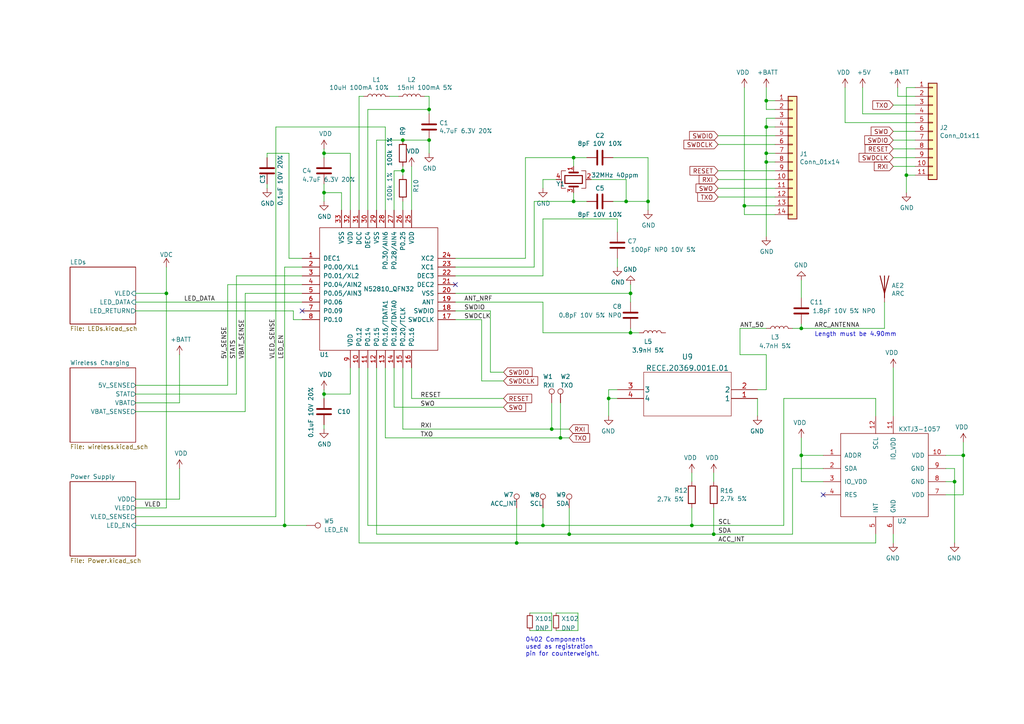
<source format=kicad_sch>
(kicad_sch (version 20211123) (generator eeschema)
  (paper "A4")
  (title_block (title "Pixels D20 Schematic, Main") (date "2021-06-23") (rev "2") (company "Systemic Games, LLC"))
  (lib_symbols
    (symbol "Connector_Generic:Conn_01x11" (pin_names (offset 1.016) hide)
      (property "Reference" "J" (at 0 15.24 0))
      (property "Value" "Conn_01x11" (at 0 -15.24 0))
      (symbol "Conn_01x11_1_1"
        (rectangle (start -1.27 -12.573) (end 0 -12.827) (stroke (width 0.1524)))
        (rectangle (start -1.27 -10.033) (end 0 -10.287) (stroke (width 0.1524)))
        (rectangle (start -1.27 -7.493) (end 0 -7.747) (stroke (width 0.1524)))
        (rectangle (start -1.27 -4.953) (end 0 -5.207) (stroke (width 0.1524)))
        (rectangle (start -1.27 -2.413) (end 0 -2.667) (stroke (width 0.1524)))
        (rectangle (start -1.27 0.127) (end 0 -0.127) (stroke (width 0.1524)))
        (rectangle (start -1.27 2.667) (end 0 2.413) (stroke (width 0.1524)))
        (rectangle (start -1.27 5.207) (end 0 4.953) (stroke (width 0.1524)))
        (rectangle (start -1.27 7.747) (end 0 7.493) (stroke (width 0.1524)))
        (rectangle (start -1.27 10.287) (end 0 10.033) (stroke (width 0.1524)))
        (rectangle (start -1.27 12.827) (end 0 12.573) (stroke (width 0.1524)))
        (rectangle (start -1.27 13.97) (end 1.27 -13.97) (stroke (width 0.254)) (fill (type background)))
        (pin passive line (at -5.08 12.7 0) (length 3.81) (name "Pin_1") (number "1"))
        (pin passive line (at -5.08 -10.16 0) (length 3.81) (name "Pin_10") (number "10"))
        (pin passive line (at -5.08 -12.7 0) (length 3.81) (name "Pin_11") (number "11"))
        (pin passive line (at -5.08 10.16 0) (length 3.81) (name "Pin_2") (number "2"))
        (pin passive line (at -5.08 7.62 0) (length 3.81) (name "Pin_3") (number "3"))
        (pin passive line (at -5.08 5.08 0) (length 3.81) (name "Pin_4") (number "4"))
        (pin passive line (at -5.08 2.54 0) (length 3.81) (name "Pin_5") (number "5"))
        (pin passive line (at -5.08 0 0) (length 3.81) (name "Pin_6") (number "6"))
        (pin passive line (at -5.08 -2.54 0) (length 3.81) (name "Pin_7") (number "7"))
        (pin passive line (at -5.08 -5.08 0) (length 3.81) (name "Pin_8") (number "8"))
        (pin passive line (at -5.08 -7.62 0) (length 3.81) (name "Pin_9") (number "9"))
      )
    )
    (symbol "Connector_Generic:Conn_01x14" (pin_names (offset 1.016) hide)
      (property "Reference" "J" (at 0 17.78 0))
      (property "Value" "Conn_01x14" (at 0 -20.32 0))
      (symbol "Conn_01x14_1_1"
        (rectangle (start -1.27 -17.653) (end 0 -17.907) (stroke (width 0.1524)))
        (rectangle (start -1.27 -15.113) (end 0 -15.367) (stroke (width 0.1524)))
        (rectangle (start -1.27 -12.573) (end 0 -12.827) (stroke (width 0.1524)))
        (rectangle (start -1.27 -10.033) (end 0 -10.287) (stroke (width 0.1524)))
        (rectangle (start -1.27 -7.493) (end 0 -7.747) (stroke (width 0.1524)))
        (rectangle (start -1.27 -4.953) (end 0 -5.207) (stroke (width 0.1524)))
        (rectangle (start -1.27 -2.413) (end 0 -2.667) (stroke (width 0.1524)))
        (rectangle (start -1.27 0.127) (end 0 -0.127) (stroke (width 0.1524)))
        (rectangle (start -1.27 2.667) (end 0 2.413) (stroke (width 0.1524)))
        (rectangle (start -1.27 5.207) (end 0 4.953) (stroke (width 0.1524)))
        (rectangle (start -1.27 7.747) (end 0 7.493) (stroke (width 0.1524)))
        (rectangle (start -1.27 10.287) (end 0 10.033) (stroke (width 0.1524)))
        (rectangle (start -1.27 12.827) (end 0 12.573) (stroke (width 0.1524)))
        (rectangle (start -1.27 15.367) (end 0 15.113) (stroke (width 0.1524)))
        (rectangle (start -1.27 16.51) (end 1.27 -19.05) (stroke (width 0.254)) (fill (type background)))
        (pin passive line (at -5.08 15.24 0) (length 3.81) (name "Pin_1") (number "1"))
        (pin passive line (at -5.08 -7.62 0) (length 3.81) (name "Pin_10") (number "10"))
        (pin passive line (at -5.08 -10.16 0) (length 3.81) (name "Pin_11") (number "11"))
        (pin passive line (at -5.08 -12.7 0) (length 3.81) (name "Pin_12") (number "12"))
        (pin passive line (at -5.08 -15.24 0) (length 3.81) (name "Pin_13") (number "13"))
        (pin passive line (at -5.08 -17.78 0) (length 3.81) (name "Pin_14") (number "14"))
        (pin passive line (at -5.08 12.7 0) (length 3.81) (name "Pin_2") (number "2"))
        (pin passive line (at -5.08 10.16 0) (length 3.81) (name "Pin_3") (number "3"))
        (pin passive line (at -5.08 7.62 0) (length 3.81) (name "Pin_4") (number "4"))
        (pin passive line (at -5.08 5.08 0) (length 3.81) (name "Pin_5") (number "5"))
        (pin passive line (at -5.08 2.54 0) (length 3.81) (name "Pin_6") (number "6"))
        (pin passive line (at -5.08 0 0) (length 3.81) (name "Pin_7") (number "7"))
        (pin passive line (at -5.08 -2.54 0) (length 3.81) (name "Pin_8") (number "8"))
        (pin passive line (at -5.08 -5.08 0) (length 3.81) (name "Pin_9") (number "9"))
      )
    )
    (symbol "Device:Antenna" (pin_numbers hide) (pin_names (offset 1.016) hide)
      (property "Reference" "AE" (at -1.905 1.905 0))
      (property "Value" "Antenna" (at -1.905 0 0))
      (symbol "Antenna_0_1"
        (polyline (pts (xy 0 2.54) (xy 0 -3.81)) (stroke (width 0.254)))
        (polyline (pts (xy 1.27 2.54) (xy 0 -2.54) (xy -1.27 2.54)) (stroke (width 0.254)))
      )
      (symbol "Antenna_1_1"
        (pin input line (at 0 -5.08 90) (length 2.54) (name "A") (number "1"))
      )
    )
    (symbol "Device:C" (pin_numbers hide) (pin_names (offset 0.254))
      (property "Reference" "C" (at 0.635 2.54 0))
      (property "Value" "C" (at 0.635 -2.54 0))
      (symbol "C_0_1"
        (polyline (pts (xy -2.032 -0.762) (xy 2.032 -0.762)) (stroke (width 0.508)))
        (polyline (pts (xy -2.032 0.762) (xy 2.032 0.762)) (stroke (width 0.508)))
      )
      (symbol "C_1_1"
        (pin passive line (at 0 3.81 270) (length 2.794) (name "~") (number "1"))
        (pin passive line (at 0 -3.81 90) (length 2.794) (name "~") (number "2"))
      )
    )
    (symbol "Device:Crystal_GND24" (pin_names (offset 1.016) hide)
      (property "Reference" "Y" (at 3.175 5.08 0))
      (property "Value" "Crystal_GND24" (at 3.175 3.175 0))
      (symbol "Crystal_GND24_0_1"
        (rectangle (start -1.143 2.54) (end 1.143 -2.54) (stroke (width 0.3048)))
        (polyline (pts (xy -2.54 0) (xy -2.032 0)))
        (polyline (pts (xy -2.032 -1.27) (xy -2.032 1.27)) (stroke (width 0.508)))
        (polyline (pts (xy 0 -3.81) (xy 0 -3.556)))
        (polyline (pts (xy 0 3.556) (xy 0 3.81)))
        (polyline (pts (xy 2.032 -1.27) (xy 2.032 1.27)) (stroke (width 0.508)))
        (polyline (pts (xy 2.032 0) (xy 2.54 0)))
        (polyline (pts (xy -2.54 -2.286) (xy -2.54 -3.556) (xy 2.54 -3.556) (xy 2.54 -2.286)))
        (polyline (pts (xy -2.54 2.286) (xy -2.54 3.556) (xy 2.54 3.556) (xy 2.54 2.286)))
      )
      (symbol "Crystal_GND24_1_1"
        (pin passive line (at -3.81 0 0) (length 1.27) (name "1") (number "1"))
        (pin passive line (at 0 5.08 270) (length 1.27) (name "2") (number "2"))
        (pin passive line (at 3.81 0 180) (length 1.27) (name "3") (number "3"))
        (pin passive line (at 0 -5.08 90) (length 1.27) (name "4") (number "4"))
      )
    )
    (symbol "Device:L" (pin_numbers hide) (pin_names (offset 1.016) hide)
      (property "Reference" "L" (at -1.27 0 90))
      (property "Value" "L" (at 1.905 0 90))
      (symbol "L_0_1"
        (arc (start 0 -2.54) (mid 0.635 -1.905) (end 0 -1.27))
        (arc (start 0 -1.27) (mid 0.635 -0.635) (end 0 0))
        (arc (start 0 0) (mid 0.635 0.635) (end 0 1.27))
        (arc (start 0 1.27) (mid 0.635 1.905) (end 0 2.54))
      )
      (symbol "L_1_1"
        (pin passive line (at 0 3.81 270) (length 1.27) (name "1") (number "1"))
        (pin passive line (at 0 -3.81 90) (length 1.27) (name "2") (number "2"))
      )
    )
    (symbol "Device:R" (pin_numbers hide) (pin_names (offset 0))
      (property "Reference" "R" (at 2.032 0 90))
      (property "Value" "R" (at 0 0 90))
      (symbol "R_0_1"
        (rectangle (start -1.016 -2.54) (end 1.016 2.54) (stroke (width 0.254)))
      )
      (symbol "R_1_1"
        (pin passive line (at 0 3.81 270) (length 1.27) (name "~") (number "1"))
        (pin passive line (at 0 -3.81 90) (length 1.27) (name "~") (number "2"))
      )
    )
    (symbol "Device:R_Small" (pin_numbers hide) (pin_names (offset 0.254) hide)
      (property "Reference" "R" (at 0.762 0.508 0))
      (property "Value" "R_Small" (at 0.762 -1.016 0))
      (symbol "R_Small_0_1"
        (rectangle (start -0.762 1.778) (end 0.762 -1.778) (stroke (width 0.2032)))
      )
      (symbol "R_Small_1_1"
        (pin passive line (at 0 2.54 270) (length 0.762) (name "~") (number "1"))
        (pin passive line (at 0 -2.54 90) (length 0.762) (name "~") (number "2"))
      )
    )
    (symbol "MFH3.RECE.20369.001E.01:RECE.20369.001E.01" (pin_names (offset 0.254))
      (property "Reference" "U" (at 20.32 10.16 0))
      (property "Value" "RECE.20369.001E.01" (at 20.32 7.62 0))
      (symbol "RECE.20369.001E.01_1_1"
        (polyline (pts (xy 7.62 -7.62) (xy 33.02 -7.62)) (stroke (width 0.127)))
        (polyline (pts (xy 7.62 5.08) (xy 7.62 -7.62)) (stroke (width 0.127)))
        (polyline (pts (xy 33.02 -7.62) (xy 33.02 5.08)) (stroke (width 0.127)))
        (polyline (pts (xy 33.02 5.08) (xy 7.62 5.08)) (stroke (width 0.127)))
        (pin unspecified line (at 0 0 0) (length 7.62) (name "1") (number "1"))
        (pin unspecified line (at 0 -2.54 0) (length 7.62) (name "2") (number "2"))
        (pin unspecified line (at 40.64 -2.54 180) (length 7.62) (name "3") (number "3"))
        (pin unspecified line (at 40.64 0 180) (length 7.62) (name "4") (number "4"))
      )
    )
    (symbol "Pixels-dice:KXTJ3-1057" (pin_names (offset 1.016))
      (property "Reference" "U" (at 10.16 -12.7 0))
      (property "Value" "KXTJ3-1057" (at 8.89 13.97 0))
      (symbol "KXTJ3-1057_0_1"
        (rectangle (start -12.7 12.7) (end 12.7 -11.43))
      )
      (symbol "KXTJ3-1057_1_1"
        (pin input line (at -17.78 6.35 0) (length 5.08) (name "ADDR") (number "1"))
        (pin power_in line (at 17.78 6.35 180) (length 5.08) (name "VDD") (number "10"))
        (pin power_in line (at 2.54 17.78 270) (length 5.08) (name "IO_VDD") (number "11"))
        (pin input line (at -2.54 17.78 270) (length 5.08) (name "SCL") (number "12"))
        (pin bidirectional line (at -17.78 2.54 0) (length 5.08) (name "SDA") (number "2"))
        (pin power_in line (at -17.78 -1.27 0) (length 5.08) (name "IO_VDD") (number "3"))
        (pin passive line (at -17.78 -5.08 0) (length 5.08) (name "RES") (number "4"))
        (pin output line (at -2.54 -16.51 90) (length 5.08) (name "INT") (number "5"))
        (pin power_in line (at 2.54 -16.51 90) (length 5.08) (name "GND") (number "6"))
        (pin power_in line (at 17.78 -5.08 180) (length 5.08) (name "VDD") (number "7"))
        (pin power_in line (at 17.78 -1.27 180) (length 5.08) (name "GND") (number "8"))
        (pin power_in line (at 17.78 2.54 180) (length 5.08) (name "GND") (number "9"))
      )
    )
    (symbol "Pixels-dice:N52810_QFN32" (pin_names (offset 1.016))
      (property "Reference" "U" (at 13.97 -19.05 0))
      (property "Value" "N52810_QFN32" (at 2.54 0 0))
      (symbol "N52810_QFN32_0_1"
        (rectangle (start -17.78 17.78) (end 16.51 -17.78))
      )
      (symbol "N52810_QFN32_1_1"
        (pin power_out line (at -22.86 8.89 0) (length 5.08) (name "DEC1") (number "1"))
        (pin bidirectional line (at -6.35 -22.86 90) (length 5.08) (name "P0.12") (number "10"))
        (pin bidirectional line (at -3.81 -22.86 90) (length 5.08) (name "P0.14") (number "11"))
        (pin bidirectional line (at -1.27 -22.86 90) (length 5.08) (name "P0.15") (number "12"))
        (pin bidirectional line (at 1.27 -22.86 90) (length 5.08) (name "P0.16/TDATA1") (number "13"))
        (pin bidirectional line (at 3.81 -22.86 90) (length 5.08) (name "P0.18/TDATA0") (number "14"))
        (pin bidirectional line (at 6.35 -22.86 90) (length 5.08) (name "P0.20/TCLK") (number "15"))
        (pin bidirectional line (at 8.89 -22.86 90) (length 5.08) (name "P0.16") (number "16"))
        (pin bidirectional line (at 21.59 -8.89 180) (length 5.08) (name "SWDCLK") (number "17"))
        (pin bidirectional line (at 21.59 -6.35 180) (length 5.08) (name "SWDIO") (number "18"))
        (pin output line (at 21.59 -3.81 180) (length 5.08) (name "ANT") (number "19"))
        (pin bidirectional line (at -22.86 6.35 0) (length 5.08) (name "P0.00/XL1") (number "2"))
        (pin output line (at 21.59 -1.27 180) (length 5.08) (name "VSS") (number "20"))
        (pin output line (at 21.59 1.27 180) (length 5.08) (name "DEC2") (number "21"))
        (pin output line (at 21.59 3.81 180) (length 5.08) (name "DEC3") (number "22"))
        (pin output line (at 21.59 6.35 180) (length 5.08) (name "XC1") (number "23"))
        (pin input line (at 21.59 8.89 180) (length 5.08) (name "XC2") (number "24"))
        (pin power_in line (at 8.89 22.86 270) (length 5.08) (name "VDD") (number "25"))
        (pin bidirectional line (at 6.35 22.86 270) (length 5.08) (name "P0.25") (number "26"))
        (pin bidirectional line (at 3.81 22.86 270) (length 5.08) (name "P0.28/AIN4") (number "27"))
        (pin bidirectional line (at 1.27 22.86 270) (length 5.08) (name "P0.30/AIN6") (number "28"))
        (pin power_in line (at -1.27 22.86 270) (length 5.08) (name "VSS") (number "29"))
        (pin bidirectional line (at -22.86 3.81 0) (length 5.08) (name "P0.01/XL2") (number "3"))
        (pin output line (at -3.81 22.86 270) (length 5.08) (name "DEC4") (number "30"))
        (pin output line (at -6.35 22.86 270) (length 5.08) (name "DCC") (number "31"))
        (pin power_in line (at -8.89 22.86 270) (length 5.08) (name "VDD") (number "32"))
        (pin power_in line (at -11.43 22.86 270) (length 5.08) (name "VSS") (number "33"))
        (pin bidirectional line (at -22.86 1.27 0) (length 5.08) (name "P0.04/AIN2") (number "4"))
        (pin bidirectional line (at -22.86 -1.27 0) (length 5.08) (name "P0.05/AIN3") (number "5"))
        (pin bidirectional line (at -22.86 -3.81 0) (length 5.08) (name "P0.06") (number "6"))
        (pin bidirectional line (at -22.86 -6.35 0) (length 5.08) (name "P0.09") (number "7"))
        (pin bidirectional line (at -22.86 -8.89 0) (length 5.08) (name "P0.10") (number "8"))
        (pin power_in line (at -8.89 -22.86 90) (length 5.08) (name "VDD") (number "9"))
      )
    )
    (symbol "Pixels-dice:TEST_1P-conn" (pin_numbers hide) (pin_names (offset 0.762) hide)
      (property "Reference" "W" (at 0 6.858 0))
      (property "Value" "TEST_1P-conn" (at 0 5.08 0))
      (symbol "TEST_1P-conn_0_1"
        (circle (center 0 3.302) (radius 0.762))
      )
      (symbol "TEST_1P-conn_1_1"
        (pin passive line (at 0 0 90) (length 2.54) (name "1") (number "1"))
      )
    )
    (symbol "power:+5V" (power) (pin_names (offset 0))
      (property "Value" "+5V" (at 0 3.556 0))
      (symbol "+5V_0_1"
        (polyline (pts (xy -0.762 1.27) (xy 0 2.54)))
        (polyline (pts (xy 0 0) (xy 0 2.54)))
        (polyline (pts (xy 0 2.54) (xy 0.762 1.27)))
      )
      (symbol "+5V_1_1"
        (pin power_in line (at 0 0 90) (length 0) hide (name "+5V") (number "1"))
      )
    )
    (symbol "power:+BATT" (power) (pin_names (offset 0))
      (property "Value" "+BATT" (at 0 3.556 0))
      (symbol "+BATT_0_1"
        (polyline (pts (xy -0.762 1.27) (xy 0 2.54)))
        (polyline (pts (xy 0 0) (xy 0 2.54)))
        (polyline (pts (xy 0 2.54) (xy 0.762 1.27)))
      )
      (symbol "+BATT_1_1"
        (pin power_in line (at 0 0 90) (length 0) hide (name "+BATT") (number "1"))
      )
    )
    (symbol "power:GND" (power) (pin_names (offset 0))
      (property "Value" "GND" (at 0 -3.81 0))
      (symbol "GND_0_1"
        (polyline (pts (xy 0 0) (xy 0 -1.27) (xy 1.27 -1.27) (xy 0 -2.54) (xy -1.27 -1.27) (xy 0 -1.27)))
      )
      (symbol "GND_1_1"
        (pin power_in line (at 0 0 270) (length 0) hide (name "GND") (number "1"))
      )
    )
    (symbol "power:VDC" (power) (pin_names (offset 0))
      (property "Value" "VDC" (at 0 6.35 0))
      (symbol "VDC_0_1"
        (polyline (pts (xy -0.762 1.27) (xy 0 2.54)))
        (polyline (pts (xy 0 0) (xy 0 2.54)))
        (polyline (pts (xy 0 2.54) (xy 0.762 1.27)))
      )
      (symbol "VDC_1_1"
        (pin power_in line (at 0 0 90) (length 0) hide (name "VDC") (number "1"))
      )
    )
    (symbol "power:VDD" (power) (pin_names (offset 0))
      (property "Value" "VDD" (at 0 3.81 0))
      (symbol "VDD_0_1"
        (polyline (pts (xy -0.762 1.27) (xy 0 2.54)))
        (polyline (pts (xy 0 0) (xy 0 2.54)))
        (polyline (pts (xy 0 2.54) (xy 0.762 1.27)))
      )
      (symbol "VDD_1_1"
        (pin power_in line (at 0 0 90) (length 0) hide (name "VDD") (number "1"))
      )
    )
  )
  (junction (at 279.4 132.08))
  (junction (at 181.61 58.42))
  (junction (at 276.86 139.7))
  (junction (at 93.98 55.88))
  (junction (at 93.98 44.45))
  (junction (at 124.46 40.64))
  (junction (at 116.84 49.53))
  (junction (at 262.89 50.8))
  (junction (at 166.37 58.42))
  (junction (at 149.86 157.48))
  (junction (at 182.88 96.52))
  (junction (at 165.1 154.94))
  (junction (at 207.01 154.94))
  (junction (at 222.25 36.83))
  (junction (at 93.98 114.3))
  (junction (at 124.46 31.75))
  (junction (at 182.88 85.09))
  (junction (at 82.55 152.4))
  (junction (at 222.25 44.45))
  (junction (at 232.41 95.25))
  (junction (at 116.84 40.64))
  (junction (at 222.25 29.21))
  (junction (at 187.96 58.42))
  (junction (at 222.25 46.99))
  (junction (at 48.26 85.09))
  (junction (at 162.56 127))
  (junction (at 232.41 132.08))
  (junction (at 176.53 115.57))
  (junction (at 215.9 59.69))
  (junction (at 157.48 152.4))
  (junction (at 160.02 124.46))
  (junction (at 200.66 152.4))
  (junction (at 166.37 45.72))
  (no_connect (at 132.08 82.55))
  (no_connect (at 238.76 143.51))
  (no_connect (at 87.63 90.17))
  (wire (pts (xy 99.06 55.88) (xy 93.98 55.88)))
  (wire (pts (xy 99.06 60.96) (xy 99.06 55.88)))
  (wire (pts (xy 222.25 34.29) (xy 222.25 36.83)))
  (wire (pts (xy 207.01 137.16) (xy 207.01 139.7)))
  (wire (pts (xy 149.86 147.32) (xy 149.86 157.48)))
  (wire (pts (xy 109.22 40.64) (xy 109.22 60.96)))
  (wire (pts (xy 181.61 52.07) (xy 181.61 58.42)))
  (wire (pts (xy 250.19 25.4) (xy 250.19 33.02)))
  (wire (pts (xy 68.58 80.01) (xy 68.58 114.3)))
  (wire (pts (xy 154.94 77.47) (xy 154.94 58.42)))
  (wire (pts (xy 93.98 44.45) (xy 93.98 45.72)))
  (wire (pts (xy 232.41 139.7) (xy 232.41 132.08)))
  (wire (pts (xy 279.4 143.51) (xy 274.32 143.51)))
  (wire (pts (xy 101.6 44.45) (xy 93.98 44.45)))
  (wire (pts (xy 177.8 58.42) (xy 181.61 58.42)))
  (wire (pts (xy 157.48 80.01) (xy 132.08 80.01)))
  (wire (pts (xy 139.7 110.49) (xy 146.05 110.49)))
  (wire (pts (xy 132.08 74.93) (xy 152.4 74.93)))
  (wire (pts (xy 238.76 135.89) (xy 229.87 135.89)))
  (wire (pts (xy 207.01 147.32) (xy 207.01 154.94)))
  (wire (pts (xy 160.02 177.8) (xy 160.02 182.88)))
  (wire (pts (xy 187.96 45.72) (xy 187.96 58.42)))
  (wire (pts (xy 224.79 46.99) (xy 222.25 46.99)))
  (wire (pts (xy 160.02 124.46) (xy 165.1 124.46)))
  (wire (pts (xy 166.37 45.72) (xy 170.18 45.72)))
  (wire (pts (xy 259.08 154.94) (xy 259.08 157.48)))
  (wire (pts (xy 39.37 114.3) (xy 68.58 114.3)))
  (wire (pts (xy 132.08 87.63) (xy 157.48 87.63)))
  (wire (pts (xy 208.28 41.91) (xy 224.79 41.91)))
  (wire (pts (xy 39.37 147.32) (xy 48.26 147.32)))
  (wire (pts (xy 215.9 59.69) (xy 215.9 62.23)))
  (wire (pts (xy 176.53 115.57) (xy 176.53 120.65)))
  (wire (pts (xy 116.84 124.46) (xy 116.84 106.68)))
  (wire (pts (xy 39.37 90.17) (xy 85.09 90.17)))
  (wire (pts (xy 162.56 127) (xy 165.1 127)))
  (wire (pts (xy 260.35 25.4) (xy 260.35 27.94)))
  (wire (pts (xy 80.01 36.83) (xy 111.76 36.83)))
  (wire (pts (xy 176.53 115.57) (xy 179.07 115.57)))
  (wire (pts (xy 111.76 36.83) (xy 111.76 60.96)))
  (wire (pts (xy 262.89 25.4) (xy 262.89 50.8)))
  (wire (pts (xy 124.46 40.64) (xy 124.46 44.45)))
  (wire (pts (xy 39.37 111.76) (xy 66.04 111.76)))
  (wire (pts (xy 93.98 114.3) (xy 93.98 115.57)))
  (wire (pts (xy 132.08 85.09) (xy 182.88 85.09)))
  (wire (pts (xy 259.08 40.64) (xy 265.43 40.64)))
  (wire (pts (xy 149.86 157.48) (xy 254 157.48)))
  (wire (pts (xy 66.04 82.55) (xy 66.04 111.76)))
  (wire (pts (xy 224.79 59.69) (xy 215.9 59.69)))
  (wire (pts (xy 85.09 90.17) (xy 85.09 92.71)))
  (wire (pts (xy 274.32 139.7) (xy 276.86 139.7)))
  (wire (pts (xy 157.48 96.52) (xy 182.88 96.52)))
  (wire (pts (xy 152.4 74.93) (xy 152.4 45.72)))
  (wire (pts (xy 256.54 95.25) (xy 256.54 87.63)))
  (wire (pts (xy 214.63 102.87) (xy 214.63 95.25)))
  (wire (pts (xy 219.71 113.03) (xy 222.25 113.03)))
  (wire (pts (xy 106.68 106.68) (xy 106.68 152.4)))
  (wire (pts (xy 132.08 90.17) (xy 142.24 90.17)))
  (wire (pts (xy 114.3 106.68) (xy 114.3 118.11)))
  (wire (pts (xy 101.6 60.96) (xy 101.6 44.45)))
  (wire (pts (xy 254 120.65) (xy 254 115.57)))
  (wire (pts (xy 222.25 31.75) (xy 224.79 31.75)))
  (wire (pts (xy 93.98 114.3) (xy 93.98 113.03)))
  (wire (pts (xy 142.24 107.95) (xy 146.05 107.95)))
  (wire (pts (xy 222.25 29.21) (xy 222.25 31.75)))
  (wire (pts (xy 161.29 52.07) (xy 157.48 52.07)))
  (wire (pts (xy 160.02 116.84) (xy 160.02 124.46)))
  (wire (pts (xy 259.08 45.72) (xy 265.43 45.72)))
  (wire (pts (xy 222.25 44.45) (xy 222.25 46.99)))
  (wire (pts (xy 124.46 31.75) (xy 124.46 33.02)))
  (wire (pts (xy 52.07 144.78) (xy 52.07 135.89)))
  (wire (pts (xy 104.14 60.96) (xy 104.14 27.94)))
  (wire (pts (xy 114.3 60.96) (xy 114.3 49.53)))
  (wire (pts (xy 39.37 87.63) (xy 87.63 87.63)))
  (wire (pts (xy 123.19 27.94) (xy 124.46 27.94)))
  (wire (pts (xy 124.46 31.75) (xy 106.68 31.75)))
  (wire (pts (xy 165.1 154.94) (xy 207.01 154.94)))
  (wire (pts (xy 208.28 49.53) (xy 224.79 49.53)))
  (wire (pts (xy 232.41 132.08) (xy 238.76 132.08)))
  (wire (pts (xy 161.29 177.8) (xy 167.64 177.8)))
  (wire (pts (xy 177.8 45.72) (xy 187.96 45.72)))
  (wire (pts (xy 222.25 36.83) (xy 222.25 44.45)))
  (wire (pts (xy 39.37 85.09) (xy 48.26 85.09)))
  (wire (pts (xy 274.32 135.89) (xy 276.86 135.89)))
  (wire (pts (xy 279.4 132.08) (xy 279.4 143.51)))
  (wire (pts (xy 167.64 177.8) (xy 167.64 182.88)))
  (wire (pts (xy 114.3 49.53) (xy 116.84 49.53)))
  (wire (pts (xy 85.09 92.71) (xy 87.63 92.71)))
  (wire (pts (xy 154.94 58.42) (xy 166.37 58.42)))
  (wire (pts (xy 232.41 81.28) (xy 232.41 86.36)))
  (wire (pts (xy 232.41 132.08) (xy 232.41 127)))
  (wire (pts (xy 101.6 114.3) (xy 93.98 114.3)))
  (wire (pts (xy 111.76 127) (xy 162.56 127)))
  (wire (pts (xy 227.33 115.57) (xy 227.33 152.4)))
  (wire (pts (xy 276.86 139.7) (xy 276.86 157.48)))
  (wire (pts (xy 82.55 77.47) (xy 82.55 152.4)))
  (wire (pts (xy 200.66 137.16) (xy 200.66 139.7)))
  (wire (pts (xy 88.9 152.4) (xy 82.55 152.4)))
  (wire (pts (xy 222.25 34.29) (xy 224.79 34.29)))
  (wire (pts (xy 166.37 58.42) (xy 170.18 58.42)))
  (wire (pts (xy 215.9 62.23) (xy 224.79 62.23)))
  (wire (pts (xy 222.25 46.99) (xy 222.25 68.58)))
  (wire (pts (xy 182.88 82.55) (xy 182.88 85.09)))
  (wire (pts (xy 116.84 124.46) (xy 160.02 124.46)))
  (wire (pts (xy 179.07 63.5) (xy 179.07 67.31)))
  (wire (pts (xy 262.89 55.88) (xy 262.89 50.8)))
  (wire (pts (xy 259.08 48.26) (xy 265.43 48.26)))
  (wire (pts (xy 119.38 106.68) (xy 119.38 115.57)))
  (wire (pts (xy 208.28 57.15) (xy 224.79 57.15)))
  (wire (pts (xy 157.48 152.4) (xy 200.66 152.4)))
  (wire (pts (xy 152.4 45.72) (xy 166.37 45.72)))
  (wire (pts (xy 39.37 144.78) (xy 52.07 144.78)))
  (wire (pts (xy 259.08 38.1) (xy 265.43 38.1)))
  (wire (pts (xy 39.37 119.38) (xy 71.12 119.38)))
  (wire (pts (xy 124.46 27.94) (xy 124.46 31.75)))
  (wire (pts (xy 229.87 95.25) (xy 232.41 95.25)))
  (wire (pts (xy 259.08 30.48) (xy 265.43 30.48)))
  (wire (pts (xy 48.26 85.09) (xy 48.26 147.32)))
  (wire (pts (xy 82.55 77.47) (xy 87.63 77.47)))
  (wire (pts (xy 200.66 152.4) (xy 227.33 152.4)))
  (wire (pts (xy 109.22 154.94) (xy 165.1 154.94)))
  (wire (pts (xy 119.38 48.26) (xy 119.38 60.96)))
  (wire (pts (xy 82.55 152.4) (xy 39.37 152.4)))
  (wire (pts (xy 208.28 54.61) (xy 224.79 54.61)))
  (wire (pts (xy 87.63 82.55) (xy 66.04 82.55)))
  (wire (pts (xy 116.84 58.42) (xy 116.84 60.96)))
  (wire (pts (xy 116.84 40.64) (xy 124.46 40.64)))
  (wire (pts (xy 176.53 113.03) (xy 176.53 115.57)))
  (wire (pts (xy 222.25 113.03) (xy 222.25 102.87)))
  (wire (pts (xy 104.14 27.94) (xy 105.41 27.94)))
  (wire (pts (xy 250.19 33.02) (xy 265.43 33.02)))
  (wire (pts (xy 260.35 27.94) (xy 265.43 27.94)))
  (wire (pts (xy 87.63 80.01) (xy 68.58 80.01)))
  (wire (pts (xy 104.14 157.48) (xy 149.86 157.48)))
  (wire (pts (xy 139.7 92.71) (xy 139.7 110.49)))
  (wire (pts (xy 153.67 177.8) (xy 160.02 177.8)))
  (wire (pts (xy 39.37 149.86) (xy 80.01 149.86)))
  (wire (pts (xy 219.71 115.57) (xy 219.71 120.65)))
  (wire (pts (xy 171.45 52.07) (xy 181.61 52.07)))
  (wire (pts (xy 93.98 44.45) (xy 93.98 43.18)))
  (wire (pts (xy 153.67 182.88) (xy 160.02 182.88)))
  (wire (pts (xy 93.98 55.88) (xy 93.98 58.42)))
  (wire (pts (xy 48.26 85.09) (xy 48.26 77.47)))
  (wire (pts (xy 157.48 87.63) (xy 157.48 96.52)))
  (wire (pts (xy 132.08 92.71) (xy 139.7 92.71)))
  (wire (pts (xy 165.1 147.32) (xy 165.1 154.94)))
  (wire (pts (xy 229.87 135.89) (xy 229.87 154.94)))
  (wire (pts (xy 224.79 44.45) (xy 222.25 44.45)))
  (wire (pts (xy 77.47 53.34) (xy 77.47 54.61)))
  (wire (pts (xy 146.05 115.57) (xy 119.38 115.57)))
  (wire (pts (xy 265.43 25.4) (xy 262.89 25.4)))
  (wire (pts (xy 116.84 49.53) (xy 116.84 50.8)))
  (wire (pts (xy 179.07 113.03) (xy 176.53 113.03)))
  (wire (pts (xy 222.25 25.4) (xy 222.25 29.21)))
  (wire (pts (xy 162.56 116.84) (xy 162.56 127)))
  (wire (pts (xy 245.11 35.56) (xy 265.43 35.56)))
  (wire (pts (xy 157.48 147.32) (xy 157.48 152.4)))
  (wire (pts (xy 83.82 44.45) (xy 77.47 44.45)))
  (wire (pts (xy 182.88 95.25) (xy 182.88 96.52)))
  (wire (pts (xy 142.24 90.17) (xy 142.24 107.95)))
  (wire (pts (xy 109.22 40.64) (xy 116.84 40.64)))
  (wire (pts (xy 279.4 128.27) (xy 279.4 132.08)))
  (wire (pts (xy 87.63 74.93) (xy 83.82 74.93)))
  (wire (pts (xy 93.98 53.34) (xy 93.98 55.88)))
  (wire (pts (xy 157.48 63.5) (xy 157.48 80.01)))
  (wire (pts (xy 254 154.94) (xy 254 157.48)))
  (wire (pts (xy 106.68 31.75) (xy 106.68 60.96)))
  (wire (pts (xy 71.12 85.09) (xy 71.12 119.38)))
  (wire (pts (xy 181.61 58.42) (xy 187.96 58.42)))
  (wire (pts (xy 83.82 74.93) (xy 83.82 44.45)))
  (wire (pts (xy 232.41 95.25) (xy 256.54 95.25)))
  (wire (pts (xy 259.08 43.18) (xy 265.43 43.18)))
  (wire (pts (xy 207.01 154.94) (xy 229.87 154.94)))
  (wire (pts (xy 245.11 25.4) (xy 245.11 35.56)))
  (wire (pts (xy 116.84 48.26) (xy 116.84 49.53)))
  (wire (pts (xy 182.88 96.52) (xy 185.42 96.52)))
  (wire (pts (xy 80.01 36.83) (xy 80.01 149.86)))
  (wire (pts (xy 39.37 116.84) (xy 52.07 116.84)))
  (wire (pts (xy 182.88 85.09) (xy 182.88 87.63)))
  (wire (pts (xy 104.14 106.68) (xy 104.14 157.48)))
  (wire (pts (xy 179.07 74.93) (xy 179.07 77.47)))
  (wire (pts (xy 157.48 52.07) (xy 157.48 54.61)))
  (wire (pts (xy 214.63 95.25) (xy 222.25 95.25)))
  (wire (pts (xy 113.03 27.94) (xy 115.57 27.94)))
  (wire (pts (xy 187.96 58.42) (xy 187.96 60.96)))
  (wire (pts (xy 166.37 55.88) (xy 166.37 58.42)))
  (wire (pts (xy 208.28 39.37) (xy 224.79 39.37)))
  (wire (pts (xy 166.37 48.26) (xy 166.37 45.72)))
  (wire (pts (xy 279.4 132.08) (xy 274.32 132.08)))
  (wire (pts (xy 254 115.57) (xy 227.33 115.57)))
  (wire (pts (xy 179.07 63.5) (xy 157.48 63.5)))
  (wire (pts (xy 238.76 139.7) (xy 232.41 139.7)))
  (wire (pts (xy 232.41 93.98) (xy 232.41 95.25)))
  (wire (pts (xy 146.05 118.11) (xy 114.3 118.11)))
  (wire (pts (xy 262.89 50.8) (xy 265.43 50.8)))
  (wire (pts (xy 77.47 44.45) (xy 77.47 45.72)))
  (wire (pts (xy 224.79 36.83) (xy 222.25 36.83)))
  (wire (pts (xy 111.76 127) (xy 111.76 106.68)))
  (wire (pts (xy 109.22 106.68) (xy 109.22 154.94)))
  (wire (pts (xy 215.9 25.4) (xy 215.9 59.69)))
  (wire (pts (xy 276.86 135.89) (xy 276.86 139.7)))
  (wire (pts (xy 259.08 106.68) (xy 259.08 120.65)))
  (wire (pts (xy 222.25 29.21) (xy 224.79 29.21)))
  (wire (pts (xy 132.08 77.47) (xy 154.94 77.47)))
  (wire (pts (xy 200.66 147.32) (xy 200.66 152.4)))
  (wire (pts (xy 101.6 106.68) (xy 101.6 114.3)))
  (wire (pts (xy 161.29 182.88) (xy 167.64 182.88)))
  (wire (pts (xy 52.07 102.87) (xy 52.07 116.84)))
  (wire (pts (xy 87.63 85.09) (xy 71.12 85.09)))
  (wire (pts (xy 222.25 102.87) (xy 214.63 102.87)))
  (wire (pts (xy 208.28 52.07) (xy 224.79 52.07)))
  (wire (pts (xy 106.68 152.4) (xy 157.48 152.4)))
  (wire (pts (xy 93.98 123.19) (xy 93.98 124.46)))
  (text "0402 Components\nused as registration\npin for counterweight." (at 152.4 190.5 0) (effects (font (size 1.27 1.27)) (justify left bottom)))
  (text "Length must be 4.90mm" (at 236.22 97.79 0) (effects (font (size 1.27 1.27)) (justify left bottom)))
  (label "VLED_SENSE" (at 80.01 104.14 90))
  (label "TXO" (at 121.92 127 0))
  (label "ACC_INT" (at 208.28 157.48 0))
  (label "ANT_50" (at 214.63 95.25 0))
  (label "SWDCLK" (at 134.62 92.71 0))
  (label "VBAT_SENSE" (at 71.12 104.14 90))
  (label "5V_SENSE" (at 66.04 104.14 90))
  (label "ANT_NRF" (at 134.62 87.63 0))
  (label "SDA" (at 208.28 154.94 0))
  (label "LED_EN" (at 82.55 104.14 90))
  (label "ARC_ANTENNA" (at 236.22 95.25 0))
  (label "RXI" (at 121.92 124.46 0))
  (label "SWDIO" (at 134.62 90.17 0))
  (label "SWO" (at 121.92 118.11 0))
  (label "LED_DATA" (at 53.34 87.63 0))
  (label "RESET" (at 121.92 115.57 0))
  (label "SCL" (at 208.28 152.4 0))
  (label "VLED" (at 41.91 147.32 0))
  (label "STATS" (at 68.58 104.14 90))
  (global_label "TXO" (shape input) (at 165.1 127 0) (property "Intersheet References" "${INTERSHEET_REFS}" (effects hide)))
  (global_label "RXI" (shape input) (at 259.08 48.26 180) (property "Intersheet References" "${INTERSHEET_REFS}" (effects hide)))
  (global_label "RESET" (shape input) (at 259.08 43.18 180) (property "Intersheet References" "${INTERSHEET_REFS}" (effects hide)))
  (global_label "RESET" (shape input) (at 208.28 49.53 180) (property "Intersheet References" "${INTERSHEET_REFS}" (effects hide)))
  (global_label "SWDIO" (shape input) (at 146.05 107.95 0) (property "Intersheet References" "${INTERSHEET_REFS}" (effects hide)))
  (global_label "RXI" (shape input) (at 208.28 52.07 180) (property "Intersheet References" "${INTERSHEET_REFS}" (effects hide)))
  (global_label "SWDCLK" (shape input) (at 259.08 45.72 180) (property "Intersheet References" "${INTERSHEET_REFS}" (effects hide)))
  (global_label "TXO" (shape input) (at 259.08 30.48 180) (property "Intersheet References" "${INTERSHEET_REFS}" (effects hide)))
  (global_label "SWO" (shape input) (at 146.05 118.11 0) (property "Intersheet References" "${INTERSHEET_REFS}" (effects hide)))
  (global_label "SWDCLK" (shape input) (at 146.05 110.49 0) (property "Intersheet References" "${INTERSHEET_REFS}" (effects hide)))
  (global_label "TXO" (shape input) (at 208.28 57.15 180) (property "Intersheet References" "${INTERSHEET_REFS}" (effects hide)))
  (global_label "RESET" (shape input) (at 146.05 115.57 0) (property "Intersheet References" "${INTERSHEET_REFS}" (effects hide)))
  (global_label "SWDIO" (shape input) (at 259.08 40.64 180) (property "Intersheet References" "${INTERSHEET_REFS}" (effects hide)))
  (global_label "SWO" (shape input) (at 208.28 54.61 180) (property "Intersheet References" "${INTERSHEET_REFS}" (effects hide)))
  (global_label "RXI" (shape input) (at 165.1 124.46 0) (property "Intersheet References" "${INTERSHEET_REFS}" (effects hide)))
  (global_label "SWDCLK" (shape input) (at 208.28 41.91 180) (property "Intersheet References" "${INTERSHEET_REFS}" (effects hide)))
  (global_label "SWO" (shape input) (at 259.08 38.1 180) (property "Intersheet References" "${INTERSHEET_REFS}" (effects hide)))
  (global_label "SWDIO" (shape input) (at 208.28 39.37 180) (property "Intersheet References" "${INTERSHEET_REFS}" (effects hide)))
  (symbol (lib_id "power:GND") (at 93.98 124.46 0) (unit 1)
    (property "Reference" "#PWR016" (effects hide))
    (property "Value" "GND" (at 94.107 128.8542 0))
  )
  (symbol (lib_id "power:VDD") (at 93.98 113.03 0) (unit 1)
    (property "Reference" "#PWR014" (effects hide))
    (property "Value" "VDD" (at 94.4118 108.6358 0))
  )
  (symbol (lib_id "Device:C") (at 93.98 119.38 0) (unit 1)
    (property "Reference" "C10" (at 97.79 119.38 0) (effects (justify left)))
    (property "Value" "0.1uF 10V 20%" (at 90.17 127 90) (effects (justify left)))
    (property "Footprint" "Pixels-dice:C_0402_1005Metric" (effects hide))
    (property "Generic OK" "YES" (effects hide))
    (property "Pixels Part Number" "SMD-C005" (effects hide))
    (property "Manufacturer" "Murata" (effects hide))
    (property "Manufacturer Part Number" "GRM155R61H104KE19D" (effects hide))
  )
  (symbol (lib_id "power:GND") (at 93.98 58.42 0) (unit 1)
    (property "Reference" "#PWR08" (effects hide))
    (property "Value" "GND" (at 94.107 62.8142 0))
  )
  (symbol (lib_id "power:VDD") (at 93.98 43.18 0) (unit 1)
    (property "Reference" "#PWR01" (effects hide))
    (property "Value" "VDD" (at 94.4118 38.7858 0))
  )
  (symbol (lib_id "Device:C") (at 93.98 49.53 0) (unit 1)
    (property "Reference" "C4" (at 87.63 49.53 0) (effects (justify left)))
    (property "Value" "4.7uF 6.3V 20%" (at 87.63 52.07 0) (effects (justify left)))
    (property "Footprint" "Pixels-dice:C_0402_1005Metric" (effects hide))
    (property "Generic OK" "YES" (effects hide))
    (property "Pixels Part Number" "SMD-C002" (effects hide))
    (property "Manufacturer" "Murata" (effects hide))
    (property "Manufacturer Part Number" "GRM155R60J475ME87D" (effects hide))
  )
  (symbol (lib_id "power:GND") (at 77.47 54.61 0) (unit 1)
    (property "Reference" "#PWR05" (effects hide))
    (property "Value" "GND" (at 77.597 59.0042 0))
  )
  (symbol (lib_id "Device:C") (at 77.47 49.53 0) (unit 1)
    (property "Reference" "C3" (at 76.2 53.34 90) (effects (justify left)))
    (property "Value" "0.1uF 10V 20%" (at 81.28 59.69 90) (effects (justify left)))
    (property "Footprint" "Pixels-dice:C_0402_1005Metric" (effects hide))
    (property "Generic OK" "YES" (effects hide))
    (property "Pixels Part Number" "SMD-C005" (effects hide))
    (property "Manufacturer" "Murata" (effects hide))
    (property "Manufacturer Part Number" "GRM155R61H104KE19D" (effects hide))
  )
  (symbol (lib_id "Device:L") (at 109.22 27.94 90) (unit 1)
    (property "Reference" "L1" (at 109.22 23.114 90))
    (property "Value" "10uH 100mA 10%" (at 104.14 25.4 90))
    (property "Footprint" "Inductor_SMD:L_0805_2012Metric" (effects hide))
    (property "Generic OK" "YES" (effects hide))
    (property "Pixels Part Number" "SMD-L001" (effects hide))
    (property "Manufacturer" "Taiyo Yuden" (effects hide))
    (property "Manufacturer Part Number" "LBR2012T100K" (effects hide))
  )
  (symbol (lib_id "Device:L") (at 119.38 27.94 90) (unit 1)
    (property "Reference" "L2" (at 119.38 23.114 90))
    (property "Value" "15nH 100mA 5%" (at 123.19 25.4 90))
    (property "Footprint" "Inductor_SMD:L_0402_1005Metric" (effects hide))
    (property "Generic OK" "YES" (effects hide))
    (property "Pixels Part Number" "SMD-L002" (effects hide))
    (property "Manufacturer" "Taiyo Yuden" (effects hide))
    (property "Manufacturer Part Number" "HK100515NJ-T" (effects hide))
  )
  (symbol (lib_id "Device:C") (at 124.46 36.83 0) (unit 1)
    (property "Reference" "C1" (at 127.381 35.6616 0) (effects (justify left)))
    (property "Value" "4.7uF 6.3V 20%" (at 127.381 37.973 0) (effects (justify left)))
    (property "Footprint" "Pixels-dice:C_0402_1005Metric" (effects hide))
    (property "Generic OK" "YES" (effects hide))
    (property "Pixels Part Number" "SMD-C002" (effects hide))
    (property "Manufacturer" "Murata" (effects hide))
    (property "Manufacturer Part Number" "GRM155R60J475ME87D" (effects hide))
  )
  (symbol (lib_id "power:GND") (at 124.46 44.45 0) (unit 1)
    (property "Reference" "#PWR03" (effects hide))
    (property "Value" "GND" (at 124.587 48.8442 0))
  )
  (symbol (lib_id "Device:Crystal_GND24") (at 166.37 52.07 270) (unit 1)
    (property "Reference" "Y1" (at 161.29 53.34 90) (effects (justify left)))
    (property "Value" "32MHz 40ppm" (at 171.45 50.8 90) (effects (justify left)))
    (property "Footprint" "Pixels-dice:Crystal_SMD_2016-4Pin_2.0x1.6mm" (effects hide))
    (property "Generic OK" "YES" (effects hide))
    (property "Manufacturer" "Murata" (effects hide))
    (property "Manufacturer Part Number" "XRCGB32M000F2P00R0" (effects hide))
    (property "Pixels Part Number" "SMD-Y001" (effects hide))
  )
  (symbol (lib_id "Device:C") (at 173.99 45.72 270) (unit 1)
    (property "Reference" "C2" (at 173.99 39.3192 90))
    (property "Value" "8pF 10V 10%" (at 173.99 41.6306 90))
    (property "Footprint" "Pixels-dice:C_0402_1005Metric" (effects hide))
    (property "Generic OK" "YES" (effects hide))
    (property "Pixels Part Number" "SMD-C001" (effects hide))
    (property "Manufacturer" "Murata" (effects hide))
    (property "Manufacturer Part Number" "GRM1555C2A8R0DA01D" (effects hide))
  )
  (symbol (lib_id "Device:C") (at 173.99 58.42 270) (unit 1)
    (property "Reference" "C5" (at 173.99 54.61 90))
    (property "Value" "8pF 10V 10%" (at 173.99 62.23 90))
    (property "Footprint" "Pixels-dice:C_0402_1005Metric" (effects hide))
    (property "Generic OK" "YES" (effects hide))
    (property "Pixels Part Number" "SMD-C001" (effects hide))
    (property "Manufacturer" "Murata" (effects hide))
    (property "Manufacturer Part Number" "GRM1555C2A8R0DA01D" (effects hide))
  )
  (symbol (lib_id "power:GND") (at 187.96 60.96 0) (unit 1)
    (property "Reference" "#PWR09" (effects hide))
    (property "Value" "GND" (at 188.087 65.3542 0))
  )
  (symbol (lib_id "power:GND") (at 179.07 77.47 0) (unit 1)
    (property "Reference" "#PWR011" (effects hide))
    (property "Value" "GND" (at 179.197 81.8642 0))
  )
  (symbol (lib_id "Device:C") (at 179.07 71.12 0) (unit 1)
    (property "Reference" "C7" (at 181.991 69.9516 0) (effects (justify left)))
    (property "Value" "100pF NP0 10V 5%" (at 182.88 72.39 0) (effects (justify left)))
    (property "Footprint" "Pixels-dice:C_0402_1005Metric" (effects hide))
    (property "Generic OK" "YES" (effects hide))
    (property "Pixels Part Number" "SMD-C003" (effects hide))
    (property "Manufacturer" "Kemet" (effects hide))
    (property "Manufacturer Part Number" "C0402C101J5GAC7411" (effects hide))
  )
  (symbol (lib_id "Device:C") (at 182.88 91.44 180) (unit 1)
    (property "Reference" "C8" (at 180.34 88.9 0) (effects (justify left)))
    (property "Value" "0.8pF 10V 5% NP0" (at 180.34 91.44 0) (effects (justify left)))
    (property "Footprint" "Pixels-dice:0402_RF" (effects hide))
    (property "Generic OK" "YES" (effects hide))
    (property "Pixels Part Number" "SMD-C004" (effects hide))
    (property "Manufacturer" "Murata" (effects hide))
    (property "Manufacturer Part Number" "GCM1555C1HR80BA16D" (effects hide))
  )
  (symbol (lib_id "power:GND") (at 182.88 82.55 180) (unit 1)
    (property "Reference" "#PWR012" (effects hide))
    (property "Value" "GND" (at 182.753 78.1558 0))
  )
  (symbol (lib_id "power:GND") (at 157.48 54.61 0) (unit 1)
    (property "Reference" "#PWR06" (effects hide))
    (property "Value" "GND" (at 157.607 59.0042 0))
  )
  (symbol (lib_id "power:VDD") (at 52.07 135.89 0) (unit 1)
    (property "Reference" "#PWR021" (effects hide))
    (property "Value" "VDD" (at 52.5018 131.4958 0))
  )
  (symbol (lib_id "Pixels-dice:TEST_1P-conn") (at 160.02 116.84 0) (unit 1)
    (property "Reference" "W1" (at 157.48 109.22 0) (effects (justify left)))
    (property "Value" "RXI" (at 157.48 111.76 0) (effects (justify left)))
    (property "Footprint" "Pixels-dice:TEST_PIN" (effects hide))
    (property "Generic OK" "N/A" (effects hide))
  )
  (symbol (lib_id "Pixels-dice:TEST_1P-conn") (at 162.56 116.84 0) (unit 1)
    (property "Reference" "W2" (at 162.56 109.22 0) (effects (justify left)))
    (property "Value" "TXO" (at 162.56 111.76 0) (effects (justify left)))
    (property "Footprint" "Pixels-dice:TEST_PIN" (effects hide))
    (property "Generic OK" "N/A" (effects hide))
  )
  (symbol (lib_id "Pixels-dice:TEST_1P-conn") (at 88.9 152.4 270) (unit 1)
    (property "Reference" "W5" (at 93.98 151.13 90) (effects (justify left)))
    (property "Value" "LED_EN" (at 93.98 153.67 90) (effects (justify left)))
    (property "Footprint" "Pixels-dice:TEST_PIN" (effects hide))
    (property "Generic OK" "N/A" (effects hide))
  )
  (symbol (lib_id "Pixels-dice:TEST_1P-conn") (at 149.86 147.32 0) (unit 1)
    (property "Reference" "W7" (at 146.05 143.51 0) (effects (justify left)))
    (property "Value" "ACC_INT" (at 142.24 146.05 0) (effects (justify left)))
    (property "Footprint" "Pixels-dice:TEST_PIN" (effects hide))
    (property "Generic OK" "N/A" (effects hide))
  )
  (symbol (lib_id "Pixels-dice:TEST_1P-conn") (at 157.48 147.32 0) (unit 1)
    (property "Reference" "W8" (at 153.67 143.51 0) (effects (justify left)))
    (property "Value" "SCL" (at 153.67 146.05 0) (effects (justify left)))
    (property "Footprint" "Pixels-dice:TEST_PIN" (effects hide))
    (property "Generic OK" "N/A" (effects hide))
  )
  (symbol (lib_id "Pixels-dice:TEST_1P-conn") (at 165.1 147.32 0) (unit 1)
    (property "Reference" "W9" (at 161.29 143.51 0) (effects (justify left)))
    (property "Value" "SDA" (at 161.29 146.05 0) (effects (justify left)))
    (property "Footprint" "Pixels-dice:TEST_PIN" (effects hide))
    (property "Generic OK" "N/A" (effects hide))
  )
  (symbol (lib_id "Pixels-dice:N52810_QFN32") (at 110.49 83.82 0) (unit 1)
    (property "Reference" "U1" (at 92.71 102.87 0) (effects (justify left)))
    (property "Value" "N52810_QFN32" (at 105.41 83.82 0) (effects (justify left)))
    (property "Footprint" "Package_DFN_QFN:QFN-32-1EP_5x5mm_P0.5mm_EP3.1x3.1mm" (effects hide))
    (property "Generic OK" "NO" (effects hide))
    (property "Manufacturer" "Nordic Semiconductor" (effects hide))
    (property "Manufacturer Part Number" "NRF52810-QCAA-R" (effects hide))
    (property "Pixels Part Number" "SMD-U001" (effects hide))
  )
  (symbol (lib_id "power:VDD") (at 119.38 48.26 0) (unit 1)
    (property "Reference" "#PWR04" (effects hide))
    (property "Value" "VDD" (at 119.8118 43.8658 0))
  )
  (symbol (lib_id "Connector_Generic:Conn_01x14") (at 229.87 44.45 0) (unit 1)
    (property "Reference" "J1" (at 231.902 44.6532 0) (effects (justify left)))
    (property "Value" "Conn_01x14" (at 231.902 46.9646 0) (effects (justify left)))
    (property "Footprint" "Pixels-dice:FPC_14" (effects hide))
    (property "Generic OK" "N/A" (effects hide))
  )
  (symbol (lib_id "power:+BATT") (at 222.25 25.4 0) (unit 1)
    (property "Reference" "#PWR07" (effects hide))
    (property "Value" "+BATT" (at 222.631 21.0058 0))
  )
  (symbol (lib_id "power:VDD") (at 215.9 25.4 0) (mirror y) (unit 1)
    (property "Reference" "#PWR02" (effects hide))
    (property "Value" "VDD" (at 215.4682 21.0058 0))
  )
  (symbol (lib_id "power:GND") (at 222.25 68.58 0) (unit 1)
    (property "Reference" "#PWR013" (effects hide))
    (property "Value" "GND" (at 222.377 72.9742 0))
  )
  (symbol (lib_id "Device:R") (at 116.84 54.61 0) (unit 1)
    (property "Reference" "R10" (at 120.65 55.88 90) (effects (justify left)))
    (property "Value" "100k 1%" (at 113.03 58.42 90) (effects (justify left)))
    (property "Footprint" "Pixels-dice:R_0402_1005Metric" (effects hide))
    (property "Generic OK" "YES" (effects hide))
    (property "Pixels Part Number" "SMD-R006" (effects hide))
    (property "Manufacturer" "Vishay" (effects hide))
    (property "Manufacturer Part Number" "CRCW0402100KFKEDC" (effects hide))
  )
  (symbol (lib_id "Device:R") (at 116.84 44.45 0) (unit 1)
    (property "Reference" "R9" (at 116.84 39.37 90) (effects (justify left)))
    (property "Value" "100k 1%" (at 113.03 48.26 90) (effects (justify left)))
    (property "Footprint" "Pixels-dice:R_0402_1005Metric" (effects hide))
    (property "Generic OK" "YES" (effects hide))
    (property "Pixels Part Number" "SMD-R006" (effects hide))
    (property "Manufacturer" "Vishay" (effects hide))
    (property "Manufacturer Part Number" "CRCW0402100KFKEDC" (effects hide))
  )
  (symbol (lib_id "Connector_Generic:Conn_01x11") (at 270.51 38.1 0) (unit 1)
    (property "Reference" "J2" (at 272.542 37.0332 0) (effects (justify left)))
    (property "Value" "Conn_01x11" (at 272.542 39.3446 0) (effects (justify left)))
    (property "Footprint" "Pixels-dice:FPC-POGO-11" (effects hide))
    (property "Generic OK" "N/A" (effects hide))
  )
  (symbol (lib_id "power:+BATT") (at 260.35 25.4 0) (unit 1)
    (property "Reference" "#PWR022" (effects hide))
    (property "Value" "+BATT" (at 260.731 21.0058 0))
  )
  (symbol (lib_id "power:VDD") (at 245.11 25.4 0) (mirror y) (unit 1)
    (property "Reference" "#PWR018" (effects hide))
    (property "Value" "VDD" (at 244.6782 21.0058 0))
  )
  (symbol (lib_id "power:GND") (at 262.89 55.88 0) (unit 1)
    (property "Reference" "#PWR024" (effects hide))
    (property "Value" "GND" (at 263.017 60.2742 0))
  )
  (symbol (lib_id "power:+5V") (at 250.19 25.4 0) (unit 1)
    (property "Reference" "#PWR017" (effects hide))
    (property "Value" "+5V" (at 250.571 21.0058 0))
  )
  (symbol (lib_id "Device:L") (at 189.23 96.52 90) (unit 1)
    (property "Reference" "L5" (at 187.96 99.06 90))
    (property "Value" "3.9nH 5%" (at 187.96 101.6 90))
    (property "Footprint" "Pixels-dice:0402_RF" (effects hide))
    (property "Generic OK" "YES" (effects hide))
    (property "Manufacturer" "Murata" (effects hide))
    (property "Manufacturer Part Number" "LQG15HS3N9B02D" (effects hide))
  )
  (symbol (lib_id "Device:Antenna") (at 256.54 82.55 0) (unit 1)
    (property "Reference" "AE2" (at 258.572 82.8294 0) (effects (justify left)))
    (property "Value" "ARC" (at 258.572 85.1408 0) (effects (justify left)))
    (property "Footprint" "Pixels-dice:ARC_Antenna" (effects hide))
    (property "Manufacturer" "AEM Antennas" (effects hide))
    (property "Generic OK" "N/A" (effects hide))
  )
  (symbol (lib_id "Device:R") (at 200.66 143.51 0) (unit 1)
    (property "Reference" "R12" (at 195.58 142.24 0) (effects (justify left)))
    (property "Value" "2.7k 5%" (at 190.5 144.78 0) (effects (justify left)))
    (property "Footprint" "Pixels-dice:R_0402_1005Metric" (effects hide))
    (property "Generic OK" "YES" (effects hide))
    (property "Manufacturer" "Yageo" (effects hide))
    (property "Manufacturer Part Number" "RC0402JR-072K7L" (effects hide))
    (property "Pixels Part Number" "SMD-R021" (effects hide))
  )
  (symbol (lib_id "Device:R") (at 207.01 143.51 0) (unit 1)
    (property "Reference" "R16" (at 208.788 142.3416 0) (effects (justify left)))
    (property "Value" "2.7k 5%" (at 208.788 144.653 0) (effects (justify left)))
    (property "Footprint" "Pixels-dice:R_0402_1005Metric" (effects hide))
    (property "Generic OK" "YES" (effects hide))
    (property "Manufacturer" "Yageo" (effects hide))
    (property "Manufacturer Part Number" "RC0402JR-072K7L" (effects hide))
    (property "Pixels Part Number" "SMD-R021" (effects hide))
  )
  (symbol (lib_id "power:VDD") (at 207.01 137.16 0) (mirror y) (unit 1)
    (property "Reference" "#PWR046" (effects hide))
    (property "Value" "VDD" (at 206.5782 132.7658 0))
  )
  (symbol (lib_id "power:VDD") (at 200.66 137.16 0) (mirror y) (unit 1)
    (property "Reference" "#PWR045" (effects hide))
    (property "Value" "VDD" (at 200.2282 132.7658 0))
  )
  (symbol (lib_id "Pixels-dice:KXTJ3-1057") (at 256.54 138.43 0) (unit 1)
    (property "Reference" "U2" (at 261.62 151.13 0))
    (property "Value" "KXTJ3-1057" (at 266.7 124.46 0))
    (property "Footprint" "Package_LGA:LGA-12_2x2mm_P0.5mm" (effects hide))
    (property "Manufacturer" "Kionix" (effects hide))
    (property "Manufacturer Part Number" "KXTJ3-1057" (effects hide))
    (property "Pixels Part Number" "SMD-U002-ALT1" (effects hide))
    (property "Generic OK" "NO" (effects hide))
  )
  (symbol (lib_id "power:VDD") (at 279.4 128.27 0) (mirror y) (unit 1)
    (property "Reference" "#PWR037" (effects hide))
    (property "Value" "VDD" (at 278.9682 123.8758 0))
  )
  (symbol (lib_id "power:GND") (at 259.08 157.48 0) (mirror y) (unit 1)
    (property "Reference" "#PWR047" (effects hide))
    (property "Value" "GND" (at 258.953 161.8742 0))
  )
  (symbol (lib_id "power:GND") (at 276.86 157.48 0) (mirror y) (unit 1)
    (property "Reference" "#PWR048" (effects hide))
    (property "Value" "GND" (at 276.733 161.8742 0))
  )
  (symbol (lib_id "power:VDD") (at 259.08 106.68 0) (mirror y) (unit 1)
    (property "Reference" "#PWR015" (effects hide))
    (property "Value" "VDD" (at 258.6482 102.2858 0))
  )
  (symbol (lib_id "power:VDD") (at 232.41 127 0) (mirror y) (unit 1)
    (property "Reference" "#PWR023" (effects hide))
    (property "Value" "VDD" (at 231.9782 122.6058 0))
  )
  (symbol (lib_id "power:GND") (at 176.53 120.65 0) (mirror y) (unit 1)
    (property "Reference" "#PWR049" (effects hide))
    (property "Value" "GND" (at 176.403 125.0442 0))
  )
  (symbol (lib_id "Device:L") (at 226.06 95.25 90) (unit 1)
    (property "Reference" "L3" (at 224.79 97.79 90))
    (property "Value" "4.7nH 5%" (at 224.79 100.33 90))
    (property "Footprint" "Pixels-dice:0402_RF" (effects hide))
    (property "Generic OK" "YES" (effects hide))
    (property "Manufacturer" "Murata" (effects hide))
    (property "Manufacturer Part Number" "LQG15HN4N7S02D" (effects hide))
  )
  (symbol (lib_id "Device:C") (at 232.41 90.17 180) (unit 1)
    (property "Reference" "C11" (at 238.76 87.63 0) (effects (justify left)))
    (property "Value" "1.8pF 10V 5% NP0" (at 254 90.17 0) (effects (justify left)))
    (property "Footprint" "Pixels-dice:0402_RF" (effects hide))
    (property "Generic OK" "YES" (effects hide))
    (property "Pixels Part Number" "SMD-C004" (effects hide))
    (property "Manufacturer" "Murata" (effects hide))
    (property "Manufacturer Part Number" "GCM1555C1H1R8BA16D" (effects hide))
  )
  (symbol (lib_id "MFH3.RECE.20369.001E.01:RECE.20369.001E.01") (at 219.71 115.57 180) (unit 1)
    (property "Reference" "U9" (at 199.39 103.4826 0) (effects (font (size 1.524 1.524))))
    (property "Value" "RECE.20369.001E.01" (at 199.39 106.7616 0) (effects (font (size 1.524 1.524))))
    (property "Footprint" "RFFrontEnd:MFH3.RECE.20369.001E.01" (effects hide))
  )
  (symbol (lib_id "power:VDC") (at 48.26 77.47 0) (unit 1)
    (property "Reference" "#PWR010" (effects hide))
    (property "Value" "VDC" (at 48.26 73.8655 0))
  )
  (symbol (lib_id "Device:R_Small") (at 153.67 180.34 0) (unit 1)
    (property "Reference" "X101" (at 155.1686 179.4315 0) (effects (justify left)))
    (property "Value" "DNP" (at 155.1686 182.2066 0) (effects (justify left)))
    (property "Footprint" "Capacitor_SMD:C_0402_1005Metric" (effects hide))
    (property "Generic OK" "YES" (effects hide))
  )
  (symbol (lib_id "power:+BATT") (at 52.07 102.87 0) (unit 1)
    (property "Reference" "#PWR0143" (effects hide))
    (property "Value" "+BATT" (at 52.451 98.4758 0))
  )
  (symbol (lib_id "power:GND") (at 232.41 81.28 180) (unit 1)
    (property "Reference" "#PWR035" (effects hide))
    (property "Value" "GND" (at 232.283 76.8858 0))
  )
  (symbol (lib_id "power:GND") (at 219.71 120.65 0) (mirror y) (unit 1)
    (property "Reference" "#PWR053" (effects hide))
    (property "Value" "GND" (at 219.583 125.0442 0))
  )
  (symbol (lib_id "Device:R_Small") (at 161.29 180.34 0) (unit 1)
    (property "Reference" "X102" (at 162.7886 179.4315 0) (effects (justify left)))
    (property "Value" "DNP" (at 162.7886 182.2066 0) (effects (justify left)))
    (property "Footprint" "Capacitor_SMD:C_0402_1005Metric" (effects hide))
    (property "Generic OK" "YES" (effects hide))
  )
  (sheet (at 20.32 139.7) (size 19.05 21.59)
    (property "Sheet name" "Power Supply" (at 20.32 138.9884 0) (effects (justify left bottom)))
    (property "Sheet file" "Power.kicad_sch" (at 20.32 161.8746 0) (effects (justify left top)))
    (pin "VDD" output (at 39.37 144.78 0))
    (pin "VLED" output (at 39.37 147.32 0))
    (pin "LED_EN" input (at 39.37 152.4 0))
    (pin "VLED_SENSE" output (at 39.37 149.86 0))
  )
  (sheet (at 20.32 77.47) (size 19.05 16.51)
    (property "Sheet name" "LEDs" (at 20.32 76.7584 0) (effects (justify left bottom)))
    (property "Sheet file" "LEDs.kicad_sch" (at 20.32 94.5646 0) (effects (justify left top)))
    (pin "VLED" input (at 39.37 85.09 0))
    (pin "LED_DATA" input (at 39.37 87.63 0))
    (pin "LED_RETURN" output (at 39.37 90.17 0))
  )
  (sheet (at 20.32 106.68) (size 19.05 21.59) (stroke (width 0.1524))
    (property "Sheet name" "Wireless Charging" (at 20.32 105.9684 0) (effects (justify left bottom)))
    (property "Sheet file" "wireless.kicad_sch" (at 20.32 128.8546 0) (effects (justify left top)))
    (pin "VBAT" output (at 39.37 116.84 0))
    (pin "STAT" output (at 39.37 114.3 0))
    (pin "5V_SENSE" output (at 39.37 111.76 0))
    (pin "VBAT_SENSE" output (at 39.37 119.38 0))
  )
)
</source>
